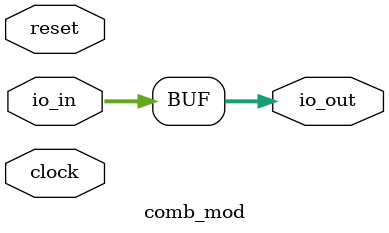
<source format=v>
module comb_mod( // @[:@3.2]
  input        clock, // @[:@4.4]
  input        reset, // @[:@5.4]
  input  [3:0] io_in, // @[:@6.4]
  output [3:0] io_out // @[:@6.4]
);
  assign io_out = io_in; // @[combinational_logic.scala 17:10:@10.4]
endmodule

</source>
